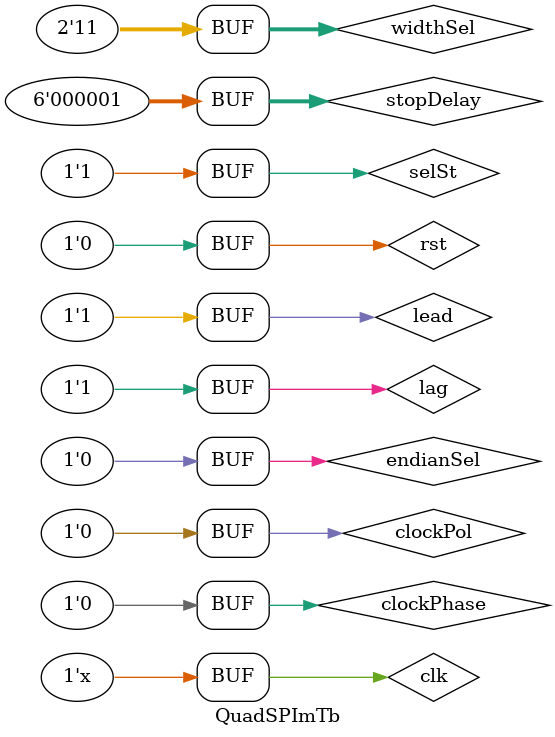
<source format=v>
`timescale 1ns / 1ps

module QuadSPImTb ();


parameter CLK_PERIOD = 8.13; // Clock period in ns

//================================================================================
//  REG/WIRE
//================================================================================
reg rst;
reg clk;

localparam [31:0] startData = 32'h01010101;
// localparam [31:0] startData = 32'h0A0B0C0D;

reg [31:0] data;
reg [31:0] dataS;

wire [1:0] widthSel  = 2'h3;
wire clockPol = 1'b0;
wire clockPhase = 1'b0;
wire endianSel = 1'b0;
wire lag = 1'b1;
wire lead = 1'b1;
wire [5:0] stopDelay = 6'h1;
wire selSt = 1'b1;
wire val;
wire valS;

reg [31:0] tbCnt;

wire start = (tbCnt>=100);
wire fifoEmpty = (tbCnt >= 500);

//================================================================================
//  ASSIGNMENTS
//================================================================================


//================================================================================
//  CODING
//================================================================================	

always #(CLK_PERIOD/2) clk = ~clk;

initial begin
	clk = 0;
	rst = 0;
	#40
	rst = 1;
	#100
	rst = 0;
end

always @(posedge clk) begin
	if (rst) begin
		tbCnt <= 0;
	end else begin
		tbCnt <= tbCnt+1;
	end
end

always @(posedge clk) begin
	if (rst) begin
		data <= startData;
	end else if (val) begin
		data <= data+32'h10;
	end
end

always @(posedge clk) begin
	if (rst) begin
		dataS <= 32'h0000000A;
	// end else if (valS) begin
	end else begin
		case(widthSel) 
			0:	begin
					// dataS <= dataS+32'h10;
					dataS <= 32'h0000000A;
				end
			1:	begin
					// dataS <= dataS+32'h100;
					dataS <= 32'h00000A0A;
				end
			2:	begin
					// dataS <= dataS+32'h100;
					dataS <= 32'h000A0A0A;
				end
			3:	begin
					// dataS <= dataS+32'h100;
					dataS <= 32'h0A0A0A0A;
				end
		endcase
	end
end

QuadSPIm QuadSPIm
(
	.Clk_i(clk),
	.Start_i(start),
	.Rst_i(rst),
	.EmptyFlag_i(fifoEmpty),
	.SpiData_i(dataS),
	.Sck_o(),
	.Ss_o(),
	.Mosi0_o(),
	.Mosi1_o(),
	.Mosi2_o(),
	.Mosi3_o(),
	.WidthSel_i(widthSel),
	.PulsePol_i(clockPol),
	.ClockPhase_i(clockPhase),
	.EndianSel_i(endianSel),
	.Lag_i(lag),
	.Lead_i(lead),
	.Stop_i(stopDelay),
	.SelSt_i(selSt),
	.Val_o(val)
);

SPIm Spi
(
    .Clk_i			(clk),
    .Rst_i			(rst),
    .Start_i		(start),
    .EmptyFlag_i	(fifoEmpty),
    .ClockPhase_i	(clockPhase),
    .SpiData_i		(dataS),
    .SelSt_i		(selSt),
    .WidthSel_i		(widthSel),
    .Lag_i			(lag),
    .Lead_i			(lead),
    .EndianSel_i	(endianSel),
    .Stop_i			(stopDelay),
    .PulsePol_i		(clockPol),


    .Mosi0_o		(),
    .Sck_o			(),
    .Ss_o			(),
    .Val_o			(valS)
);			
endmodule
</source>
